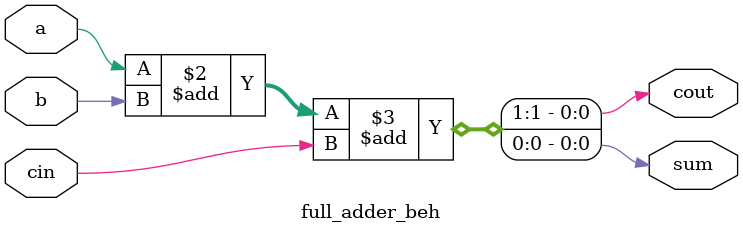
<source format=v>
module full_adder_beh
(
        input a,
        input b,
        input cin,
        output reg sum,
        output reg cout
);
        always @(*) begin
                {cout, sum} = a + b + cin;
        end
endmodule

</source>
